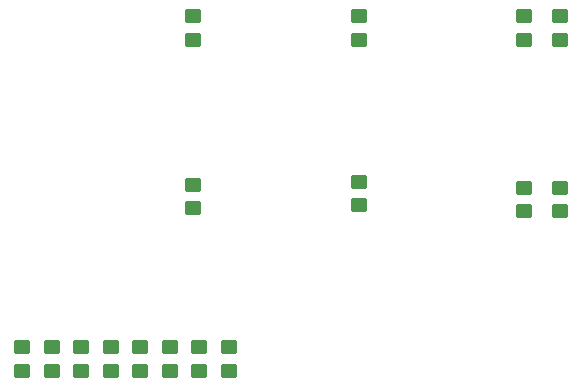
<source format=gbr>
%TF.GenerationSoftware,KiCad,Pcbnew,9.0.2*%
%TF.CreationDate,2025-05-28T22:42:43-04:00*%
%TF.ProjectId,DAQHat Rev A,44415148-6174-4205-9265-7620412e6b69,rev?*%
%TF.SameCoordinates,Original*%
%TF.FileFunction,Paste,Bot*%
%TF.FilePolarity,Positive*%
%FSLAX46Y46*%
G04 Gerber Fmt 4.6, Leading zero omitted, Abs format (unit mm)*
G04 Created by KiCad (PCBNEW 9.0.2) date 2025-05-28 22:42:43*
%MOMM*%
%LPD*%
G01*
G04 APERTURE LIST*
G04 Aperture macros list*
%AMRoundRect*
0 Rectangle with rounded corners*
0 $1 Rounding radius*
0 $2 $3 $4 $5 $6 $7 $8 $9 X,Y pos of 4 corners*
0 Add a 4 corners polygon primitive as box body*
4,1,4,$2,$3,$4,$5,$6,$7,$8,$9,$2,$3,0*
0 Add four circle primitives for the rounded corners*
1,1,$1+$1,$2,$3*
1,1,$1+$1,$4,$5*
1,1,$1+$1,$6,$7*
1,1,$1+$1,$8,$9*
0 Add four rect primitives between the rounded corners*
20,1,$1+$1,$2,$3,$4,$5,0*
20,1,$1+$1,$4,$5,$6,$7,0*
20,1,$1+$1,$6,$7,$8,$9,0*
20,1,$1+$1,$8,$9,$2,$3,0*%
G04 Aperture macros list end*
%ADD10RoundRect,0.250000X0.450000X-0.350000X0.450000X0.350000X-0.450000X0.350000X-0.450000X-0.350000X0*%
G04 APERTURE END LIST*
D10*
%TO.C,R13*%
X167000000Y-100450000D03*
X167000000Y-98450000D03*
%TD*%
%TO.C,R9*%
X139500000Y-113950000D03*
X139500000Y-111950000D03*
%TD*%
%TO.C,R1*%
X124500000Y-113950000D03*
X124500000Y-111950000D03*
%TD*%
%TO.C,R15*%
X170000000Y-100450000D03*
X170000000Y-98450000D03*
%TD*%
%TO.C,R12*%
X167000000Y-85950000D03*
X167000000Y-83950000D03*
%TD*%
%TO.C,R3*%
X129500000Y-113950000D03*
X129500000Y-111950000D03*
%TD*%
%TO.C,R11*%
X153000000Y-99950000D03*
X153000000Y-97950000D03*
%TD*%
%TO.C,R4*%
X132000000Y-113950000D03*
X132000000Y-111950000D03*
%TD*%
%TO.C,R10*%
X153000000Y-85950000D03*
X153000000Y-83950000D03*
%TD*%
%TO.C,R14*%
X170000000Y-85950000D03*
X170000000Y-83950000D03*
%TD*%
%TO.C,R16*%
X142000000Y-113950000D03*
X142000000Y-111950000D03*
%TD*%
%TO.C,R7*%
X139000000Y-85950000D03*
X139000000Y-83950000D03*
%TD*%
%TO.C,R6*%
X137000000Y-113950000D03*
X137000000Y-111950000D03*
%TD*%
%TO.C,R2*%
X127000000Y-113950000D03*
X127000000Y-111950000D03*
%TD*%
%TO.C,R8*%
X139000000Y-100200000D03*
X139000000Y-98200000D03*
%TD*%
%TO.C,R5*%
X134500000Y-113950000D03*
X134500000Y-111950000D03*
%TD*%
M02*

</source>
